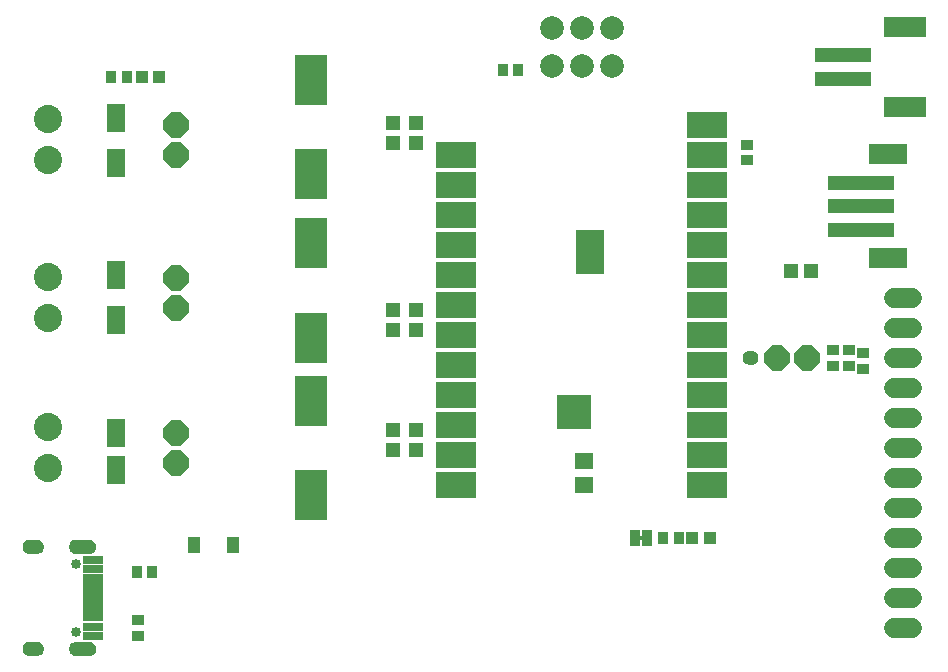
<source format=gbr>
G04 EAGLE Gerber RS-274X export*
G75*
%MOMM*%
%FSLAX34Y34*%
%LPD*%
%INSoldermask Top*%
%IPPOS*%
%AMOC8*
5,1,8,0,0,1.08239X$1,22.5*%
G01*
%ADD10C,2.387600*%
%ADD11R,2.703200X4.203200*%
%ADD12R,1.203200X1.303200*%
%ADD13R,1.603200X2.403200*%
%ADD14P,2.309387X8X22.500000*%
%ADD15P,2.309387X8X202.500000*%
%ADD16C,2.003200*%
%ADD17R,0.903200X1.053200*%
%ADD18R,0.838200X1.473200*%
%ADD19R,1.003200X1.003200*%
%ADD20C,1.727200*%
%ADD21R,3.403600X2.235200*%
%ADD22R,1.603200X1.403200*%
%ADD23R,3.003200X3.003200*%
%ADD24R,2.403200X3.703200*%
%ADD25R,1.303200X1.203200*%
%ADD26R,1.053200X0.903200*%
%ADD27R,1.653200X0.503200*%
%ADD28R,1.653200X0.803200*%
%ADD29R,1.653200X0.753200*%
%ADD30C,0.853200*%
%ADD31R,5.703200X1.203200*%
%ADD32R,3.203200X1.803200*%
%ADD33R,4.803200X1.203200*%
%ADD34R,3.603200X1.803200*%
%ADD35R,0.403200X0.703200*%
%ADD36P,2.309387X8X292.500000*%
%ADD37R,1.113200X1.423200*%

G36*
X387627Y434981D02*
X387627Y434981D01*
X387662Y434979D01*
X389397Y435150D01*
X389443Y435163D01*
X389518Y435174D01*
X391186Y435680D01*
X391229Y435702D01*
X391301Y435727D01*
X392838Y436549D01*
X392876Y436579D01*
X392941Y436618D01*
X394289Y437724D01*
X394320Y437760D01*
X394376Y437811D01*
X395482Y439159D01*
X395506Y439201D01*
X395551Y439262D01*
X396373Y440799D01*
X396387Y440845D01*
X396420Y440914D01*
X396926Y442582D01*
X396932Y442629D01*
X396950Y442704D01*
X397121Y444438D01*
X397117Y444486D01*
X397121Y444562D01*
X396950Y446297D01*
X396937Y446343D01*
X396926Y446418D01*
X396420Y448086D01*
X396398Y448129D01*
X396373Y448201D01*
X395551Y449738D01*
X395521Y449776D01*
X395482Y449841D01*
X394376Y451189D01*
X394340Y451220D01*
X394289Y451276D01*
X392941Y452382D01*
X392899Y452406D01*
X392838Y452451D01*
X391301Y453273D01*
X391255Y453287D01*
X391186Y453320D01*
X391117Y453341D01*
X389518Y453826D01*
X389471Y453832D01*
X389397Y453850D01*
X387662Y454021D01*
X387635Y454019D01*
X387600Y454024D01*
X374900Y454024D01*
X374835Y454013D01*
X374769Y454011D01*
X374726Y453993D01*
X374679Y453985D01*
X374622Y453951D01*
X374562Y453926D01*
X374527Y453895D01*
X374486Y453870D01*
X374445Y453819D01*
X374396Y453775D01*
X374374Y453733D01*
X374345Y453696D01*
X374324Y453634D01*
X374293Y453575D01*
X374285Y453521D01*
X374273Y453484D01*
X374273Y453464D01*
X374273Y453463D01*
X374273Y453441D01*
X374266Y453390D01*
X374266Y435610D01*
X374277Y435545D01*
X374279Y435479D01*
X374297Y435436D01*
X374305Y435389D01*
X374339Y435332D01*
X374364Y435272D01*
X374395Y435237D01*
X374420Y435196D01*
X374471Y435155D01*
X374515Y435106D01*
X374557Y435084D01*
X374594Y435055D01*
X374656Y435034D01*
X374715Y435003D01*
X374769Y434995D01*
X374806Y434983D01*
X374846Y434984D01*
X374900Y434976D01*
X387600Y434976D01*
X387627Y434981D01*
G37*
G36*
X387627Y409581D02*
X387627Y409581D01*
X387662Y409579D01*
X389397Y409750D01*
X389443Y409763D01*
X389518Y409774D01*
X391186Y410280D01*
X391229Y410302D01*
X391301Y410327D01*
X392838Y411149D01*
X392876Y411179D01*
X392941Y411218D01*
X394289Y412324D01*
X394320Y412360D01*
X394376Y412411D01*
X395482Y413759D01*
X395506Y413801D01*
X395551Y413862D01*
X396373Y415399D01*
X396387Y415445D01*
X396420Y415514D01*
X396926Y417182D01*
X396932Y417229D01*
X396950Y417304D01*
X397121Y419038D01*
X397117Y419086D01*
X397121Y419162D01*
X396950Y420897D01*
X396937Y420943D01*
X396926Y421018D01*
X396420Y422686D01*
X396398Y422729D01*
X396373Y422801D01*
X395551Y424338D01*
X395521Y424376D01*
X395482Y424441D01*
X394376Y425789D01*
X394340Y425820D01*
X394289Y425876D01*
X392941Y426982D01*
X392899Y427006D01*
X392838Y427051D01*
X391301Y427873D01*
X391255Y427887D01*
X391186Y427920D01*
X391117Y427941D01*
X389518Y428426D01*
X389471Y428432D01*
X389397Y428450D01*
X387662Y428621D01*
X387635Y428619D01*
X387600Y428624D01*
X374900Y428624D01*
X374835Y428613D01*
X374769Y428611D01*
X374726Y428593D01*
X374679Y428585D01*
X374622Y428551D01*
X374562Y428526D01*
X374527Y428495D01*
X374486Y428470D01*
X374445Y428419D01*
X374396Y428375D01*
X374374Y428333D01*
X374345Y428296D01*
X374324Y428234D01*
X374293Y428175D01*
X374285Y428121D01*
X374273Y428084D01*
X374273Y428064D01*
X374273Y428063D01*
X374273Y428041D01*
X374266Y427990D01*
X374266Y410210D01*
X374277Y410145D01*
X374279Y410079D01*
X374297Y410036D01*
X374305Y409989D01*
X374339Y409932D01*
X374364Y409872D01*
X374395Y409837D01*
X374420Y409796D01*
X374471Y409755D01*
X374515Y409706D01*
X374557Y409684D01*
X374594Y409655D01*
X374656Y409634D01*
X374715Y409603D01*
X374769Y409595D01*
X374806Y409583D01*
X374846Y409584D01*
X374900Y409576D01*
X387600Y409576D01*
X387627Y409581D01*
G37*
G36*
X387627Y384181D02*
X387627Y384181D01*
X387662Y384179D01*
X389397Y384350D01*
X389443Y384363D01*
X389518Y384374D01*
X391186Y384880D01*
X391229Y384902D01*
X391301Y384927D01*
X392838Y385749D01*
X392876Y385779D01*
X392941Y385818D01*
X394289Y386924D01*
X394320Y386960D01*
X394376Y387011D01*
X395482Y388359D01*
X395506Y388401D01*
X395551Y388462D01*
X396373Y389999D01*
X396387Y390045D01*
X396420Y390114D01*
X396926Y391782D01*
X396932Y391829D01*
X396950Y391904D01*
X397121Y393638D01*
X397117Y393686D01*
X397121Y393762D01*
X396950Y395497D01*
X396937Y395543D01*
X396926Y395618D01*
X396420Y397286D01*
X396398Y397329D01*
X396373Y397401D01*
X395551Y398938D01*
X395521Y398976D01*
X395482Y399041D01*
X394376Y400389D01*
X394340Y400420D01*
X394289Y400476D01*
X392941Y401582D01*
X392899Y401606D01*
X392838Y401651D01*
X391301Y402473D01*
X391255Y402487D01*
X391186Y402520D01*
X391117Y402541D01*
X389518Y403026D01*
X389471Y403032D01*
X389397Y403050D01*
X387662Y403221D01*
X387635Y403219D01*
X387600Y403224D01*
X374900Y403224D01*
X374835Y403213D01*
X374769Y403211D01*
X374726Y403193D01*
X374679Y403185D01*
X374622Y403151D01*
X374562Y403126D01*
X374527Y403095D01*
X374486Y403070D01*
X374445Y403019D01*
X374396Y402975D01*
X374374Y402933D01*
X374345Y402896D01*
X374324Y402834D01*
X374293Y402775D01*
X374285Y402721D01*
X374273Y402684D01*
X374273Y402664D01*
X374273Y402663D01*
X374273Y402641D01*
X374266Y402590D01*
X374266Y384810D01*
X374277Y384745D01*
X374279Y384679D01*
X374297Y384636D01*
X374305Y384589D01*
X374339Y384532D01*
X374364Y384472D01*
X374395Y384437D01*
X374420Y384396D01*
X374471Y384355D01*
X374515Y384306D01*
X374557Y384284D01*
X374594Y384255D01*
X374656Y384234D01*
X374715Y384203D01*
X374769Y384195D01*
X374806Y384183D01*
X374846Y384184D01*
X374900Y384176D01*
X387600Y384176D01*
X387627Y384181D01*
G37*
G36*
X387627Y358781D02*
X387627Y358781D01*
X387662Y358779D01*
X389397Y358950D01*
X389443Y358963D01*
X389518Y358974D01*
X391186Y359480D01*
X391229Y359502D01*
X391301Y359527D01*
X392838Y360349D01*
X392876Y360379D01*
X392941Y360418D01*
X394289Y361524D01*
X394320Y361560D01*
X394376Y361611D01*
X395482Y362959D01*
X395506Y363001D01*
X395551Y363062D01*
X396373Y364599D01*
X396387Y364645D01*
X396420Y364714D01*
X396926Y366382D01*
X396932Y366429D01*
X396950Y366504D01*
X397121Y368238D01*
X397117Y368286D01*
X397121Y368362D01*
X396950Y370097D01*
X396937Y370143D01*
X396926Y370218D01*
X396420Y371886D01*
X396398Y371929D01*
X396373Y372001D01*
X395551Y373538D01*
X395521Y373576D01*
X395482Y373641D01*
X394376Y374989D01*
X394340Y375020D01*
X394289Y375076D01*
X392941Y376182D01*
X392899Y376206D01*
X392838Y376251D01*
X391301Y377073D01*
X391255Y377087D01*
X391186Y377120D01*
X391117Y377141D01*
X389518Y377626D01*
X389471Y377632D01*
X389397Y377650D01*
X387662Y377821D01*
X387635Y377819D01*
X387600Y377824D01*
X374900Y377824D01*
X374835Y377813D01*
X374769Y377811D01*
X374726Y377793D01*
X374679Y377785D01*
X374622Y377751D01*
X374562Y377726D01*
X374527Y377695D01*
X374486Y377670D01*
X374445Y377619D01*
X374396Y377575D01*
X374374Y377533D01*
X374345Y377496D01*
X374324Y377434D01*
X374293Y377375D01*
X374285Y377321D01*
X374273Y377284D01*
X374273Y377264D01*
X374273Y377263D01*
X374273Y377241D01*
X374266Y377190D01*
X374266Y359410D01*
X374277Y359345D01*
X374279Y359279D01*
X374297Y359236D01*
X374305Y359189D01*
X374339Y359132D01*
X374364Y359072D01*
X374395Y359037D01*
X374420Y358996D01*
X374471Y358955D01*
X374515Y358906D01*
X374557Y358884D01*
X374594Y358855D01*
X374656Y358834D01*
X374715Y358803D01*
X374769Y358795D01*
X374806Y358783D01*
X374846Y358784D01*
X374900Y358776D01*
X387600Y358776D01*
X387627Y358781D01*
G37*
G36*
X387627Y307981D02*
X387627Y307981D01*
X387662Y307979D01*
X389397Y308150D01*
X389443Y308163D01*
X389518Y308174D01*
X391186Y308680D01*
X391229Y308702D01*
X391301Y308727D01*
X392838Y309549D01*
X392876Y309579D01*
X392941Y309618D01*
X394289Y310724D01*
X394320Y310760D01*
X394376Y310811D01*
X395482Y312159D01*
X395506Y312201D01*
X395551Y312262D01*
X396373Y313799D01*
X396387Y313845D01*
X396420Y313914D01*
X396926Y315582D01*
X396932Y315629D01*
X396950Y315704D01*
X397121Y317438D01*
X397117Y317486D01*
X397121Y317562D01*
X396950Y319297D01*
X396937Y319343D01*
X396926Y319418D01*
X396420Y321086D01*
X396398Y321129D01*
X396373Y321201D01*
X395551Y322738D01*
X395521Y322776D01*
X395482Y322841D01*
X394376Y324189D01*
X394340Y324220D01*
X394289Y324276D01*
X392941Y325382D01*
X392899Y325406D01*
X392838Y325451D01*
X391301Y326273D01*
X391255Y326287D01*
X391186Y326320D01*
X391117Y326341D01*
X389518Y326826D01*
X389471Y326832D01*
X389397Y326850D01*
X387662Y327021D01*
X387635Y327019D01*
X387600Y327024D01*
X374900Y327024D01*
X374835Y327013D01*
X374769Y327011D01*
X374726Y326993D01*
X374679Y326985D01*
X374622Y326951D01*
X374562Y326926D01*
X374527Y326895D01*
X374486Y326870D01*
X374445Y326819D01*
X374396Y326775D01*
X374374Y326733D01*
X374345Y326696D01*
X374324Y326634D01*
X374293Y326575D01*
X374285Y326521D01*
X374273Y326484D01*
X374273Y326464D01*
X374273Y326463D01*
X374273Y326441D01*
X374266Y326390D01*
X374266Y308610D01*
X374277Y308545D01*
X374279Y308479D01*
X374297Y308436D01*
X374305Y308389D01*
X374339Y308332D01*
X374364Y308272D01*
X374395Y308237D01*
X374420Y308196D01*
X374471Y308155D01*
X374515Y308106D01*
X374557Y308084D01*
X374594Y308055D01*
X374656Y308034D01*
X374715Y308003D01*
X374769Y307995D01*
X374806Y307983D01*
X374846Y307984D01*
X374900Y307976D01*
X387600Y307976D01*
X387627Y307981D01*
G37*
G36*
X387627Y282581D02*
X387627Y282581D01*
X387662Y282579D01*
X389397Y282750D01*
X389443Y282763D01*
X389518Y282774D01*
X391186Y283280D01*
X391229Y283302D01*
X391301Y283327D01*
X392838Y284149D01*
X392876Y284179D01*
X392941Y284218D01*
X394289Y285324D01*
X394320Y285360D01*
X394376Y285411D01*
X395482Y286759D01*
X395506Y286801D01*
X395551Y286862D01*
X396373Y288399D01*
X396387Y288445D01*
X396420Y288514D01*
X396926Y290182D01*
X396932Y290229D01*
X396950Y290304D01*
X397121Y292038D01*
X397117Y292086D01*
X397121Y292162D01*
X396950Y293897D01*
X396937Y293943D01*
X396926Y294018D01*
X396420Y295686D01*
X396398Y295729D01*
X396373Y295801D01*
X395551Y297338D01*
X395521Y297376D01*
X395482Y297441D01*
X394376Y298789D01*
X394340Y298820D01*
X394289Y298876D01*
X392941Y299982D01*
X392899Y300006D01*
X392838Y300051D01*
X391301Y300873D01*
X391255Y300887D01*
X391186Y300920D01*
X391117Y300941D01*
X389518Y301426D01*
X389471Y301432D01*
X389397Y301450D01*
X387662Y301621D01*
X387635Y301619D01*
X387600Y301624D01*
X374900Y301624D01*
X374835Y301613D01*
X374769Y301611D01*
X374726Y301593D01*
X374679Y301585D01*
X374622Y301551D01*
X374562Y301526D01*
X374527Y301495D01*
X374486Y301470D01*
X374445Y301419D01*
X374396Y301375D01*
X374374Y301333D01*
X374345Y301296D01*
X374324Y301234D01*
X374293Y301175D01*
X374285Y301121D01*
X374273Y301084D01*
X374273Y301064D01*
X374273Y301063D01*
X374273Y301041D01*
X374266Y300990D01*
X374266Y283210D01*
X374277Y283145D01*
X374279Y283079D01*
X374297Y283036D01*
X374305Y282989D01*
X374339Y282932D01*
X374364Y282872D01*
X374395Y282837D01*
X374420Y282796D01*
X374471Y282755D01*
X374515Y282706D01*
X374557Y282684D01*
X374594Y282655D01*
X374656Y282634D01*
X374715Y282603D01*
X374769Y282595D01*
X374806Y282583D01*
X374846Y282584D01*
X374900Y282576D01*
X387600Y282576D01*
X387627Y282581D01*
G37*
G36*
X387627Y257181D02*
X387627Y257181D01*
X387662Y257179D01*
X389397Y257350D01*
X389443Y257363D01*
X389518Y257374D01*
X391186Y257880D01*
X391229Y257902D01*
X391301Y257927D01*
X392838Y258749D01*
X392876Y258779D01*
X392941Y258818D01*
X394289Y259924D01*
X394320Y259960D01*
X394376Y260011D01*
X395482Y261359D01*
X395506Y261401D01*
X395551Y261462D01*
X396373Y262999D01*
X396387Y263045D01*
X396420Y263114D01*
X396926Y264782D01*
X396932Y264829D01*
X396950Y264904D01*
X397121Y266638D01*
X397117Y266686D01*
X397121Y266762D01*
X396950Y268497D01*
X396937Y268543D01*
X396926Y268618D01*
X396420Y270286D01*
X396398Y270329D01*
X396373Y270401D01*
X395551Y271938D01*
X395521Y271976D01*
X395482Y272041D01*
X394376Y273389D01*
X394340Y273420D01*
X394289Y273476D01*
X392941Y274582D01*
X392899Y274606D01*
X392838Y274651D01*
X391301Y275473D01*
X391255Y275487D01*
X391186Y275520D01*
X391117Y275541D01*
X389518Y276026D01*
X389471Y276032D01*
X389397Y276050D01*
X387662Y276221D01*
X387635Y276219D01*
X387600Y276224D01*
X374900Y276224D01*
X374835Y276213D01*
X374769Y276211D01*
X374726Y276193D01*
X374679Y276185D01*
X374622Y276151D01*
X374562Y276126D01*
X374527Y276095D01*
X374486Y276070D01*
X374445Y276019D01*
X374396Y275975D01*
X374374Y275933D01*
X374345Y275896D01*
X374324Y275834D01*
X374293Y275775D01*
X374285Y275721D01*
X374273Y275684D01*
X374273Y275664D01*
X374273Y275663D01*
X374273Y275641D01*
X374266Y275590D01*
X374266Y257810D01*
X374277Y257745D01*
X374279Y257679D01*
X374297Y257636D01*
X374305Y257589D01*
X374339Y257532D01*
X374364Y257472D01*
X374395Y257437D01*
X374420Y257396D01*
X374471Y257355D01*
X374515Y257306D01*
X374557Y257284D01*
X374594Y257255D01*
X374656Y257234D01*
X374715Y257203D01*
X374769Y257195D01*
X374806Y257183D01*
X374846Y257184D01*
X374900Y257176D01*
X387600Y257176D01*
X387627Y257181D01*
G37*
G36*
X387627Y231781D02*
X387627Y231781D01*
X387662Y231779D01*
X389397Y231950D01*
X389443Y231963D01*
X389518Y231974D01*
X391186Y232480D01*
X391229Y232502D01*
X391301Y232527D01*
X392838Y233349D01*
X392876Y233379D01*
X392941Y233418D01*
X394289Y234524D01*
X394320Y234560D01*
X394376Y234611D01*
X395482Y235959D01*
X395506Y236001D01*
X395551Y236062D01*
X396373Y237599D01*
X396387Y237645D01*
X396420Y237714D01*
X396926Y239382D01*
X396932Y239429D01*
X396950Y239504D01*
X397121Y241238D01*
X397117Y241286D01*
X397121Y241362D01*
X396950Y243097D01*
X396937Y243143D01*
X396926Y243218D01*
X396420Y244886D01*
X396398Y244929D01*
X396373Y245001D01*
X395551Y246538D01*
X395521Y246576D01*
X395482Y246641D01*
X394376Y247989D01*
X394340Y248020D01*
X394289Y248076D01*
X392941Y249182D01*
X392899Y249206D01*
X392838Y249251D01*
X391301Y250073D01*
X391255Y250087D01*
X391186Y250120D01*
X391117Y250141D01*
X389518Y250626D01*
X389471Y250632D01*
X389397Y250650D01*
X387662Y250821D01*
X387635Y250819D01*
X387600Y250824D01*
X374900Y250824D01*
X374835Y250813D01*
X374769Y250811D01*
X374726Y250793D01*
X374679Y250785D01*
X374622Y250751D01*
X374562Y250726D01*
X374527Y250695D01*
X374486Y250670D01*
X374445Y250619D01*
X374396Y250575D01*
X374374Y250533D01*
X374345Y250496D01*
X374324Y250434D01*
X374293Y250375D01*
X374285Y250321D01*
X374273Y250284D01*
X374273Y250264D01*
X374273Y250263D01*
X374273Y250241D01*
X374266Y250190D01*
X374266Y232410D01*
X374277Y232345D01*
X374279Y232279D01*
X374297Y232236D01*
X374305Y232189D01*
X374339Y232132D01*
X374364Y232072D01*
X374395Y232037D01*
X374420Y231996D01*
X374471Y231955D01*
X374515Y231906D01*
X374557Y231884D01*
X374594Y231855D01*
X374656Y231834D01*
X374715Y231803D01*
X374769Y231795D01*
X374806Y231783D01*
X374846Y231784D01*
X374900Y231776D01*
X387600Y231776D01*
X387627Y231781D01*
G37*
G36*
X387627Y206381D02*
X387627Y206381D01*
X387662Y206379D01*
X389397Y206550D01*
X389443Y206563D01*
X389518Y206574D01*
X391186Y207080D01*
X391229Y207102D01*
X391301Y207127D01*
X392838Y207949D01*
X392876Y207979D01*
X392941Y208018D01*
X394289Y209124D01*
X394320Y209160D01*
X394376Y209211D01*
X395482Y210559D01*
X395506Y210601D01*
X395551Y210662D01*
X396373Y212199D01*
X396387Y212245D01*
X396420Y212314D01*
X396926Y213982D01*
X396932Y214029D01*
X396950Y214104D01*
X397121Y215838D01*
X397117Y215886D01*
X397121Y215962D01*
X396950Y217697D01*
X396937Y217743D01*
X396926Y217818D01*
X396420Y219486D01*
X396398Y219529D01*
X396373Y219601D01*
X395551Y221138D01*
X395521Y221176D01*
X395482Y221241D01*
X394376Y222589D01*
X394340Y222620D01*
X394289Y222676D01*
X392941Y223782D01*
X392899Y223806D01*
X392838Y223851D01*
X391301Y224673D01*
X391255Y224687D01*
X391186Y224720D01*
X391117Y224741D01*
X389518Y225226D01*
X389471Y225232D01*
X389397Y225250D01*
X387662Y225421D01*
X387635Y225419D01*
X387600Y225424D01*
X374900Y225424D01*
X374835Y225413D01*
X374769Y225411D01*
X374726Y225393D01*
X374679Y225385D01*
X374622Y225351D01*
X374562Y225326D01*
X374527Y225295D01*
X374486Y225270D01*
X374445Y225219D01*
X374396Y225175D01*
X374374Y225133D01*
X374345Y225096D01*
X374324Y225034D01*
X374293Y224975D01*
X374285Y224921D01*
X374273Y224884D01*
X374273Y224864D01*
X374273Y224863D01*
X374273Y224841D01*
X374266Y224790D01*
X374266Y207010D01*
X374277Y206945D01*
X374279Y206879D01*
X374297Y206836D01*
X374305Y206789D01*
X374339Y206732D01*
X374364Y206672D01*
X374395Y206637D01*
X374420Y206596D01*
X374471Y206555D01*
X374515Y206506D01*
X374557Y206484D01*
X374594Y206455D01*
X374656Y206434D01*
X374715Y206403D01*
X374769Y206395D01*
X374806Y206383D01*
X374846Y206384D01*
X374900Y206376D01*
X387600Y206376D01*
X387627Y206381D01*
G37*
G36*
X387627Y180981D02*
X387627Y180981D01*
X387662Y180979D01*
X389397Y181150D01*
X389443Y181163D01*
X389518Y181174D01*
X391186Y181680D01*
X391229Y181702D01*
X391301Y181727D01*
X392838Y182549D01*
X392876Y182579D01*
X392941Y182618D01*
X394289Y183724D01*
X394320Y183760D01*
X394376Y183811D01*
X395482Y185159D01*
X395506Y185201D01*
X395551Y185262D01*
X396373Y186799D01*
X396387Y186845D01*
X396420Y186914D01*
X396926Y188582D01*
X396932Y188629D01*
X396950Y188704D01*
X397121Y190438D01*
X397117Y190486D01*
X397121Y190562D01*
X396950Y192297D01*
X396937Y192343D01*
X396926Y192418D01*
X396420Y194086D01*
X396398Y194129D01*
X396373Y194201D01*
X395551Y195738D01*
X395521Y195776D01*
X395482Y195841D01*
X394376Y197189D01*
X394340Y197220D01*
X394289Y197276D01*
X392941Y198382D01*
X392899Y198406D01*
X392838Y198451D01*
X391301Y199273D01*
X391255Y199287D01*
X391186Y199320D01*
X391117Y199341D01*
X389518Y199826D01*
X389471Y199832D01*
X389397Y199850D01*
X387662Y200021D01*
X387635Y200019D01*
X387600Y200024D01*
X374900Y200024D01*
X374835Y200013D01*
X374769Y200011D01*
X374726Y199993D01*
X374679Y199985D01*
X374622Y199951D01*
X374562Y199926D01*
X374527Y199895D01*
X374486Y199870D01*
X374445Y199819D01*
X374396Y199775D01*
X374374Y199733D01*
X374345Y199696D01*
X374324Y199634D01*
X374293Y199575D01*
X374285Y199521D01*
X374273Y199484D01*
X374273Y199464D01*
X374273Y199463D01*
X374273Y199441D01*
X374266Y199390D01*
X374266Y181610D01*
X374277Y181545D01*
X374279Y181479D01*
X374297Y181436D01*
X374305Y181389D01*
X374339Y181332D01*
X374364Y181272D01*
X374395Y181237D01*
X374420Y181196D01*
X374471Y181155D01*
X374515Y181106D01*
X374557Y181084D01*
X374594Y181055D01*
X374656Y181034D01*
X374715Y181003D01*
X374769Y180995D01*
X374806Y180983D01*
X374846Y180984D01*
X374900Y180976D01*
X387600Y180976D01*
X387627Y180981D01*
G37*
G36*
X387627Y155581D02*
X387627Y155581D01*
X387662Y155579D01*
X389397Y155750D01*
X389443Y155763D01*
X389518Y155774D01*
X391186Y156280D01*
X391229Y156302D01*
X391301Y156327D01*
X392838Y157149D01*
X392876Y157179D01*
X392941Y157218D01*
X394289Y158324D01*
X394320Y158360D01*
X394376Y158411D01*
X395482Y159759D01*
X395506Y159801D01*
X395551Y159862D01*
X396373Y161399D01*
X396387Y161445D01*
X396420Y161514D01*
X396926Y163182D01*
X396932Y163229D01*
X396950Y163304D01*
X397121Y165038D01*
X397117Y165086D01*
X397121Y165162D01*
X396950Y166897D01*
X396937Y166943D01*
X396926Y167018D01*
X396420Y168686D01*
X396398Y168729D01*
X396373Y168801D01*
X395551Y170338D01*
X395521Y170376D01*
X395482Y170441D01*
X394376Y171789D01*
X394340Y171820D01*
X394289Y171876D01*
X392941Y172982D01*
X392899Y173006D01*
X392838Y173051D01*
X391301Y173873D01*
X391255Y173887D01*
X391186Y173920D01*
X391117Y173941D01*
X389518Y174426D01*
X389471Y174432D01*
X389397Y174450D01*
X387662Y174621D01*
X387635Y174619D01*
X387600Y174624D01*
X374900Y174624D01*
X374835Y174613D01*
X374769Y174611D01*
X374726Y174593D01*
X374679Y174585D01*
X374622Y174551D01*
X374562Y174526D01*
X374527Y174495D01*
X374486Y174470D01*
X374445Y174419D01*
X374396Y174375D01*
X374374Y174333D01*
X374345Y174296D01*
X374324Y174234D01*
X374293Y174175D01*
X374285Y174121D01*
X374273Y174084D01*
X374273Y174064D01*
X374273Y174063D01*
X374273Y174041D01*
X374266Y173990D01*
X374266Y156210D01*
X374277Y156145D01*
X374279Y156079D01*
X374297Y156036D01*
X374305Y155989D01*
X374339Y155932D01*
X374364Y155872D01*
X374395Y155837D01*
X374420Y155796D01*
X374471Y155755D01*
X374515Y155706D01*
X374557Y155684D01*
X374594Y155655D01*
X374656Y155634D01*
X374715Y155603D01*
X374769Y155595D01*
X374806Y155583D01*
X374846Y155584D01*
X374900Y155576D01*
X387600Y155576D01*
X387627Y155581D01*
G37*
G36*
X387627Y333381D02*
X387627Y333381D01*
X387662Y333379D01*
X389397Y333550D01*
X389443Y333563D01*
X389518Y333574D01*
X391186Y334080D01*
X391229Y334102D01*
X391301Y334127D01*
X392838Y334949D01*
X392876Y334979D01*
X392941Y335018D01*
X394289Y336124D01*
X394320Y336160D01*
X394376Y336211D01*
X395482Y337559D01*
X395506Y337601D01*
X395551Y337662D01*
X396373Y339199D01*
X396387Y339245D01*
X396420Y339314D01*
X396926Y340982D01*
X396932Y341029D01*
X396950Y341104D01*
X397121Y342838D01*
X397117Y342886D01*
X397121Y342962D01*
X396950Y344697D01*
X396937Y344743D01*
X396926Y344818D01*
X396420Y346486D01*
X396398Y346529D01*
X396373Y346601D01*
X395551Y348138D01*
X395521Y348176D01*
X395482Y348241D01*
X394376Y349589D01*
X394340Y349620D01*
X394289Y349676D01*
X392941Y350782D01*
X392899Y350806D01*
X392838Y350851D01*
X391301Y351673D01*
X391255Y351687D01*
X391186Y351720D01*
X391117Y351741D01*
X389518Y352226D01*
X389471Y352232D01*
X389397Y352250D01*
X387662Y352421D01*
X387635Y352419D01*
X387600Y352424D01*
X374900Y352424D01*
X374835Y352413D01*
X374769Y352411D01*
X374726Y352393D01*
X374679Y352385D01*
X374622Y352351D01*
X374562Y352326D01*
X374527Y352295D01*
X374486Y352270D01*
X374445Y352219D01*
X374396Y352175D01*
X374374Y352133D01*
X374345Y352096D01*
X374324Y352034D01*
X374293Y351975D01*
X374285Y351921D01*
X374273Y351884D01*
X374273Y351864D01*
X374273Y351863D01*
X374273Y351841D01*
X374266Y351790D01*
X374266Y334010D01*
X374277Y333945D01*
X374279Y333879D01*
X374297Y333836D01*
X374305Y333789D01*
X374339Y333732D01*
X374364Y333672D01*
X374395Y333637D01*
X374420Y333596D01*
X374471Y333555D01*
X374515Y333506D01*
X374557Y333484D01*
X374594Y333455D01*
X374656Y333434D01*
X374715Y333403D01*
X374769Y333395D01*
X374806Y333383D01*
X374846Y333384D01*
X374900Y333376D01*
X387600Y333376D01*
X387627Y333381D01*
G37*
G36*
X603315Y333387D02*
X603315Y333387D01*
X603381Y333389D01*
X603424Y333407D01*
X603471Y333415D01*
X603528Y333449D01*
X603588Y333474D01*
X603623Y333505D01*
X603664Y333530D01*
X603706Y333581D01*
X603754Y333625D01*
X603776Y333667D01*
X603805Y333704D01*
X603826Y333766D01*
X603857Y333825D01*
X603865Y333879D01*
X603877Y333916D01*
X603876Y333956D01*
X603884Y334010D01*
X603884Y351790D01*
X603873Y351855D01*
X603871Y351921D01*
X603853Y351964D01*
X603845Y352011D01*
X603811Y352068D01*
X603786Y352128D01*
X603755Y352163D01*
X603730Y352204D01*
X603679Y352246D01*
X603635Y352294D01*
X603593Y352316D01*
X603556Y352345D01*
X603494Y352366D01*
X603435Y352397D01*
X603381Y352405D01*
X603344Y352417D01*
X603304Y352416D01*
X603250Y352424D01*
X590550Y352424D01*
X590523Y352419D01*
X590488Y352421D01*
X588754Y352250D01*
X588707Y352237D01*
X588632Y352226D01*
X586964Y351720D01*
X586921Y351698D01*
X586849Y351673D01*
X585312Y350851D01*
X585274Y350821D01*
X585209Y350782D01*
X583861Y349676D01*
X583830Y349640D01*
X583774Y349589D01*
X582668Y348241D01*
X582644Y348199D01*
X582599Y348138D01*
X581777Y346601D01*
X581763Y346555D01*
X581730Y346486D01*
X581224Y344818D01*
X581218Y344771D01*
X581200Y344697D01*
X581029Y342962D01*
X581033Y342914D01*
X581029Y342838D01*
X581200Y341104D01*
X581213Y341057D01*
X581224Y340982D01*
X581730Y339314D01*
X581752Y339271D01*
X581777Y339199D01*
X582599Y337662D01*
X582629Y337624D01*
X582668Y337559D01*
X583774Y336211D01*
X583810Y336180D01*
X583861Y336124D01*
X585209Y335018D01*
X585251Y334994D01*
X585312Y334949D01*
X586849Y334127D01*
X586895Y334113D01*
X586964Y334080D01*
X587103Y334038D01*
X588632Y333574D01*
X588679Y333568D01*
X588754Y333550D01*
X590488Y333379D01*
X590515Y333381D01*
X590550Y333376D01*
X603250Y333376D01*
X603315Y333387D01*
G37*
G36*
X603315Y460387D02*
X603315Y460387D01*
X603381Y460389D01*
X603424Y460407D01*
X603471Y460415D01*
X603528Y460449D01*
X603588Y460474D01*
X603623Y460505D01*
X603664Y460530D01*
X603706Y460581D01*
X603754Y460625D01*
X603776Y460667D01*
X603805Y460704D01*
X603826Y460766D01*
X603857Y460825D01*
X603865Y460879D01*
X603877Y460916D01*
X603876Y460956D01*
X603884Y461010D01*
X603884Y478790D01*
X603873Y478855D01*
X603871Y478921D01*
X603853Y478964D01*
X603845Y479011D01*
X603811Y479068D01*
X603786Y479128D01*
X603755Y479163D01*
X603730Y479204D01*
X603679Y479246D01*
X603635Y479294D01*
X603593Y479316D01*
X603556Y479345D01*
X603494Y479366D01*
X603435Y479397D01*
X603381Y479405D01*
X603344Y479417D01*
X603304Y479416D01*
X603250Y479424D01*
X590550Y479424D01*
X590523Y479419D01*
X590488Y479421D01*
X588754Y479250D01*
X588707Y479237D01*
X588632Y479226D01*
X586964Y478720D01*
X586921Y478698D01*
X586849Y478673D01*
X585312Y477851D01*
X585274Y477821D01*
X585209Y477782D01*
X583861Y476676D01*
X583830Y476640D01*
X583774Y476589D01*
X582668Y475241D01*
X582644Y475199D01*
X582599Y475138D01*
X581777Y473601D01*
X581763Y473555D01*
X581730Y473486D01*
X581224Y471818D01*
X581218Y471771D01*
X581200Y471697D01*
X581029Y469962D01*
X581033Y469914D01*
X581029Y469838D01*
X581200Y468104D01*
X581213Y468057D01*
X581224Y467982D01*
X581730Y466314D01*
X581752Y466271D01*
X581777Y466199D01*
X582599Y464662D01*
X582629Y464624D01*
X582668Y464559D01*
X583774Y463211D01*
X583810Y463180D01*
X583861Y463124D01*
X585209Y462018D01*
X585251Y461994D01*
X585312Y461949D01*
X586849Y461127D01*
X586895Y461113D01*
X586964Y461080D01*
X587102Y461038D01*
X587103Y461038D01*
X588632Y460574D01*
X588679Y460568D01*
X588754Y460550D01*
X590488Y460379D01*
X590515Y460381D01*
X590550Y460376D01*
X603250Y460376D01*
X603315Y460387D01*
G37*
G36*
X603315Y434987D02*
X603315Y434987D01*
X603381Y434989D01*
X603424Y435007D01*
X603471Y435015D01*
X603528Y435049D01*
X603588Y435074D01*
X603623Y435105D01*
X603664Y435130D01*
X603706Y435181D01*
X603754Y435225D01*
X603776Y435267D01*
X603805Y435304D01*
X603826Y435366D01*
X603857Y435425D01*
X603865Y435479D01*
X603877Y435516D01*
X603876Y435556D01*
X603884Y435610D01*
X603884Y453390D01*
X603873Y453455D01*
X603871Y453521D01*
X603853Y453564D01*
X603845Y453611D01*
X603811Y453668D01*
X603786Y453728D01*
X603755Y453763D01*
X603730Y453804D01*
X603679Y453846D01*
X603635Y453894D01*
X603593Y453916D01*
X603556Y453945D01*
X603494Y453966D01*
X603435Y453997D01*
X603381Y454005D01*
X603344Y454017D01*
X603304Y454016D01*
X603250Y454024D01*
X590550Y454024D01*
X590523Y454019D01*
X590488Y454021D01*
X588754Y453850D01*
X588707Y453837D01*
X588632Y453826D01*
X586964Y453320D01*
X586921Y453298D01*
X586849Y453273D01*
X585312Y452451D01*
X585274Y452421D01*
X585209Y452382D01*
X583861Y451276D01*
X583830Y451240D01*
X583774Y451189D01*
X582668Y449841D01*
X582644Y449799D01*
X582599Y449738D01*
X581777Y448201D01*
X581763Y448155D01*
X581730Y448086D01*
X581224Y446418D01*
X581218Y446371D01*
X581200Y446297D01*
X581029Y444562D01*
X581033Y444514D01*
X581029Y444438D01*
X581200Y442704D01*
X581213Y442657D01*
X581224Y442582D01*
X581730Y440914D01*
X581752Y440871D01*
X581777Y440799D01*
X582599Y439262D01*
X582629Y439224D01*
X582668Y439159D01*
X583774Y437811D01*
X583810Y437780D01*
X583861Y437724D01*
X585209Y436618D01*
X585251Y436594D01*
X585312Y436549D01*
X586849Y435727D01*
X586895Y435713D01*
X586964Y435680D01*
X587102Y435638D01*
X587103Y435638D01*
X588632Y435174D01*
X588679Y435168D01*
X588754Y435150D01*
X590488Y434979D01*
X590515Y434981D01*
X590550Y434976D01*
X603250Y434976D01*
X603315Y434987D01*
G37*
G36*
X603315Y409587D02*
X603315Y409587D01*
X603381Y409589D01*
X603424Y409607D01*
X603471Y409615D01*
X603528Y409649D01*
X603588Y409674D01*
X603623Y409705D01*
X603664Y409730D01*
X603706Y409781D01*
X603754Y409825D01*
X603776Y409867D01*
X603805Y409904D01*
X603826Y409966D01*
X603857Y410025D01*
X603865Y410079D01*
X603877Y410116D01*
X603876Y410156D01*
X603884Y410210D01*
X603884Y427990D01*
X603873Y428055D01*
X603871Y428121D01*
X603853Y428164D01*
X603845Y428211D01*
X603811Y428268D01*
X603786Y428328D01*
X603755Y428363D01*
X603730Y428404D01*
X603679Y428446D01*
X603635Y428494D01*
X603593Y428516D01*
X603556Y428545D01*
X603494Y428566D01*
X603435Y428597D01*
X603381Y428605D01*
X603344Y428617D01*
X603304Y428616D01*
X603250Y428624D01*
X590550Y428624D01*
X590523Y428619D01*
X590488Y428621D01*
X588754Y428450D01*
X588707Y428437D01*
X588632Y428426D01*
X586964Y427920D01*
X586921Y427898D01*
X586849Y427873D01*
X585312Y427051D01*
X585274Y427021D01*
X585209Y426982D01*
X583861Y425876D01*
X583830Y425840D01*
X583774Y425789D01*
X582668Y424441D01*
X582644Y424399D01*
X582599Y424338D01*
X581777Y422801D01*
X581763Y422755D01*
X581730Y422686D01*
X581224Y421018D01*
X581218Y420971D01*
X581200Y420897D01*
X581029Y419162D01*
X581033Y419114D01*
X581029Y419038D01*
X581200Y417304D01*
X581213Y417257D01*
X581224Y417182D01*
X581730Y415514D01*
X581752Y415471D01*
X581777Y415399D01*
X582599Y413862D01*
X582629Y413824D01*
X582668Y413759D01*
X583774Y412411D01*
X583810Y412380D01*
X583861Y412324D01*
X585209Y411218D01*
X585251Y411194D01*
X585312Y411149D01*
X586849Y410327D01*
X586895Y410313D01*
X586964Y410280D01*
X587102Y410238D01*
X587103Y410238D01*
X588632Y409774D01*
X588679Y409768D01*
X588754Y409750D01*
X590488Y409579D01*
X590515Y409581D01*
X590550Y409576D01*
X603250Y409576D01*
X603315Y409587D01*
G37*
G36*
X603315Y384187D02*
X603315Y384187D01*
X603381Y384189D01*
X603424Y384207D01*
X603471Y384215D01*
X603528Y384249D01*
X603588Y384274D01*
X603623Y384305D01*
X603664Y384330D01*
X603706Y384381D01*
X603754Y384425D01*
X603776Y384467D01*
X603805Y384504D01*
X603826Y384566D01*
X603857Y384625D01*
X603865Y384679D01*
X603877Y384716D01*
X603876Y384756D01*
X603884Y384810D01*
X603884Y402590D01*
X603873Y402655D01*
X603871Y402721D01*
X603853Y402764D01*
X603845Y402811D01*
X603811Y402868D01*
X603786Y402928D01*
X603755Y402963D01*
X603730Y403004D01*
X603679Y403046D01*
X603635Y403094D01*
X603593Y403116D01*
X603556Y403145D01*
X603494Y403166D01*
X603435Y403197D01*
X603381Y403205D01*
X603344Y403217D01*
X603304Y403216D01*
X603250Y403224D01*
X590550Y403224D01*
X590523Y403219D01*
X590488Y403221D01*
X588754Y403050D01*
X588707Y403037D01*
X588632Y403026D01*
X586964Y402520D01*
X586921Y402498D01*
X586849Y402473D01*
X585312Y401651D01*
X585274Y401621D01*
X585209Y401582D01*
X583861Y400476D01*
X583830Y400440D01*
X583774Y400389D01*
X582668Y399041D01*
X582644Y398999D01*
X582599Y398938D01*
X581777Y397401D01*
X581763Y397355D01*
X581730Y397286D01*
X581224Y395618D01*
X581218Y395571D01*
X581200Y395497D01*
X581029Y393762D01*
X581033Y393714D01*
X581029Y393638D01*
X581200Y391904D01*
X581213Y391857D01*
X581224Y391782D01*
X581730Y390114D01*
X581752Y390071D01*
X581777Y389999D01*
X582599Y388462D01*
X582629Y388424D01*
X582668Y388359D01*
X583774Y387011D01*
X583810Y386980D01*
X583861Y386924D01*
X585209Y385818D01*
X585251Y385794D01*
X585312Y385749D01*
X586849Y384927D01*
X586895Y384913D01*
X586964Y384880D01*
X587102Y384838D01*
X587103Y384838D01*
X588632Y384374D01*
X588679Y384368D01*
X588754Y384350D01*
X590488Y384179D01*
X590515Y384181D01*
X590550Y384176D01*
X603250Y384176D01*
X603315Y384187D01*
G37*
G36*
X603315Y358787D02*
X603315Y358787D01*
X603381Y358789D01*
X603424Y358807D01*
X603471Y358815D01*
X603528Y358849D01*
X603588Y358874D01*
X603623Y358905D01*
X603664Y358930D01*
X603706Y358981D01*
X603754Y359025D01*
X603776Y359067D01*
X603805Y359104D01*
X603826Y359166D01*
X603857Y359225D01*
X603865Y359279D01*
X603877Y359316D01*
X603876Y359356D01*
X603884Y359410D01*
X603884Y377190D01*
X603873Y377255D01*
X603871Y377321D01*
X603853Y377364D01*
X603845Y377411D01*
X603811Y377468D01*
X603786Y377528D01*
X603755Y377563D01*
X603730Y377604D01*
X603679Y377646D01*
X603635Y377694D01*
X603593Y377716D01*
X603556Y377745D01*
X603494Y377766D01*
X603435Y377797D01*
X603381Y377805D01*
X603344Y377817D01*
X603304Y377816D01*
X603250Y377824D01*
X590550Y377824D01*
X590523Y377819D01*
X590488Y377821D01*
X588754Y377650D01*
X588707Y377637D01*
X588632Y377626D01*
X586964Y377120D01*
X586921Y377098D01*
X586849Y377073D01*
X585312Y376251D01*
X585274Y376221D01*
X585209Y376182D01*
X583861Y375076D01*
X583830Y375040D01*
X583774Y374989D01*
X582668Y373641D01*
X582644Y373599D01*
X582599Y373538D01*
X581777Y372001D01*
X581763Y371955D01*
X581730Y371886D01*
X581224Y370218D01*
X581218Y370171D01*
X581200Y370097D01*
X581029Y368362D01*
X581033Y368314D01*
X581029Y368238D01*
X581200Y366504D01*
X581213Y366457D01*
X581224Y366382D01*
X581730Y364714D01*
X581752Y364671D01*
X581777Y364599D01*
X582599Y363062D01*
X582629Y363024D01*
X582668Y362959D01*
X583774Y361611D01*
X583810Y361580D01*
X583861Y361524D01*
X585209Y360418D01*
X585251Y360394D01*
X585312Y360349D01*
X586849Y359527D01*
X586895Y359513D01*
X586964Y359480D01*
X587102Y359438D01*
X587103Y359438D01*
X588632Y358974D01*
X588679Y358968D01*
X588754Y358950D01*
X590488Y358779D01*
X590515Y358781D01*
X590550Y358776D01*
X603250Y358776D01*
X603315Y358787D01*
G37*
G36*
X603315Y307987D02*
X603315Y307987D01*
X603381Y307989D01*
X603424Y308007D01*
X603471Y308015D01*
X603528Y308049D01*
X603588Y308074D01*
X603623Y308105D01*
X603664Y308130D01*
X603706Y308181D01*
X603754Y308225D01*
X603776Y308267D01*
X603805Y308304D01*
X603826Y308366D01*
X603857Y308425D01*
X603865Y308479D01*
X603877Y308516D01*
X603876Y308556D01*
X603884Y308610D01*
X603884Y326390D01*
X603873Y326455D01*
X603871Y326521D01*
X603853Y326564D01*
X603845Y326611D01*
X603811Y326668D01*
X603786Y326728D01*
X603755Y326763D01*
X603730Y326804D01*
X603679Y326846D01*
X603635Y326894D01*
X603593Y326916D01*
X603556Y326945D01*
X603494Y326966D01*
X603435Y326997D01*
X603381Y327005D01*
X603344Y327017D01*
X603304Y327016D01*
X603250Y327024D01*
X590550Y327024D01*
X590523Y327019D01*
X590488Y327021D01*
X588754Y326850D01*
X588707Y326837D01*
X588632Y326826D01*
X586964Y326320D01*
X586921Y326298D01*
X586849Y326273D01*
X585312Y325451D01*
X585274Y325421D01*
X585209Y325382D01*
X583861Y324276D01*
X583830Y324240D01*
X583774Y324189D01*
X582668Y322841D01*
X582644Y322799D01*
X582599Y322738D01*
X581777Y321201D01*
X581763Y321155D01*
X581730Y321086D01*
X581224Y319418D01*
X581218Y319371D01*
X581200Y319297D01*
X581029Y317562D01*
X581033Y317514D01*
X581029Y317438D01*
X581200Y315704D01*
X581213Y315657D01*
X581224Y315582D01*
X581730Y313914D01*
X581752Y313871D01*
X581777Y313799D01*
X582599Y312262D01*
X582629Y312224D01*
X582668Y312159D01*
X583774Y310811D01*
X583810Y310780D01*
X583861Y310724D01*
X585209Y309618D01*
X585251Y309594D01*
X585312Y309549D01*
X586849Y308727D01*
X586895Y308713D01*
X586964Y308680D01*
X587102Y308638D01*
X587103Y308638D01*
X588632Y308174D01*
X588679Y308168D01*
X588754Y308150D01*
X590488Y307979D01*
X590515Y307981D01*
X590550Y307976D01*
X603250Y307976D01*
X603315Y307987D01*
G37*
G36*
X603315Y282587D02*
X603315Y282587D01*
X603381Y282589D01*
X603424Y282607D01*
X603471Y282615D01*
X603528Y282649D01*
X603588Y282674D01*
X603623Y282705D01*
X603664Y282730D01*
X603706Y282781D01*
X603754Y282825D01*
X603776Y282867D01*
X603805Y282904D01*
X603826Y282966D01*
X603857Y283025D01*
X603865Y283079D01*
X603877Y283116D01*
X603876Y283156D01*
X603884Y283210D01*
X603884Y300990D01*
X603873Y301055D01*
X603871Y301121D01*
X603853Y301164D01*
X603845Y301211D01*
X603811Y301268D01*
X603786Y301328D01*
X603755Y301363D01*
X603730Y301404D01*
X603679Y301446D01*
X603635Y301494D01*
X603593Y301516D01*
X603556Y301545D01*
X603494Y301566D01*
X603435Y301597D01*
X603381Y301605D01*
X603344Y301617D01*
X603304Y301616D01*
X603250Y301624D01*
X590550Y301624D01*
X590523Y301619D01*
X590488Y301621D01*
X588754Y301450D01*
X588707Y301437D01*
X588632Y301426D01*
X586964Y300920D01*
X586921Y300898D01*
X586849Y300873D01*
X585312Y300051D01*
X585274Y300021D01*
X585209Y299982D01*
X583861Y298876D01*
X583830Y298840D01*
X583774Y298789D01*
X582668Y297441D01*
X582644Y297399D01*
X582599Y297338D01*
X581777Y295801D01*
X581763Y295755D01*
X581730Y295686D01*
X581224Y294018D01*
X581218Y293971D01*
X581200Y293897D01*
X581029Y292162D01*
X581033Y292114D01*
X581029Y292038D01*
X581200Y290304D01*
X581213Y290257D01*
X581224Y290182D01*
X581730Y288514D01*
X581752Y288471D01*
X581777Y288399D01*
X582599Y286862D01*
X582629Y286824D01*
X582668Y286759D01*
X583774Y285411D01*
X583810Y285380D01*
X583861Y285324D01*
X585209Y284218D01*
X585251Y284194D01*
X585312Y284149D01*
X586849Y283327D01*
X586895Y283313D01*
X586964Y283280D01*
X587102Y283238D01*
X587103Y283238D01*
X588632Y282774D01*
X588679Y282768D01*
X588754Y282750D01*
X590488Y282579D01*
X590515Y282581D01*
X590550Y282576D01*
X603250Y282576D01*
X603315Y282587D01*
G37*
G36*
X603315Y257187D02*
X603315Y257187D01*
X603381Y257189D01*
X603424Y257207D01*
X603471Y257215D01*
X603528Y257249D01*
X603588Y257274D01*
X603623Y257305D01*
X603664Y257330D01*
X603706Y257381D01*
X603754Y257425D01*
X603776Y257467D01*
X603805Y257504D01*
X603826Y257566D01*
X603857Y257625D01*
X603865Y257679D01*
X603877Y257716D01*
X603876Y257756D01*
X603884Y257810D01*
X603884Y275590D01*
X603873Y275655D01*
X603871Y275721D01*
X603853Y275764D01*
X603845Y275811D01*
X603811Y275868D01*
X603786Y275928D01*
X603755Y275963D01*
X603730Y276004D01*
X603679Y276046D01*
X603635Y276094D01*
X603593Y276116D01*
X603556Y276145D01*
X603494Y276166D01*
X603435Y276197D01*
X603381Y276205D01*
X603344Y276217D01*
X603304Y276216D01*
X603250Y276224D01*
X590550Y276224D01*
X590523Y276219D01*
X590488Y276221D01*
X588754Y276050D01*
X588707Y276037D01*
X588632Y276026D01*
X586964Y275520D01*
X586921Y275498D01*
X586849Y275473D01*
X585312Y274651D01*
X585274Y274621D01*
X585209Y274582D01*
X583861Y273476D01*
X583830Y273440D01*
X583774Y273389D01*
X582668Y272041D01*
X582644Y271999D01*
X582599Y271938D01*
X581777Y270401D01*
X581763Y270355D01*
X581730Y270286D01*
X581224Y268618D01*
X581218Y268571D01*
X581200Y268497D01*
X581029Y266762D01*
X581033Y266714D01*
X581029Y266638D01*
X581200Y264904D01*
X581213Y264857D01*
X581224Y264782D01*
X581730Y263114D01*
X581752Y263071D01*
X581777Y262999D01*
X582599Y261462D01*
X582629Y261424D01*
X582668Y261359D01*
X583774Y260011D01*
X583810Y259980D01*
X583861Y259924D01*
X585209Y258818D01*
X585251Y258794D01*
X585312Y258749D01*
X586849Y257927D01*
X586895Y257913D01*
X586964Y257880D01*
X587102Y257838D01*
X587103Y257838D01*
X588632Y257374D01*
X588679Y257368D01*
X588754Y257350D01*
X590488Y257179D01*
X590515Y257181D01*
X590550Y257176D01*
X603250Y257176D01*
X603315Y257187D01*
G37*
G36*
X603315Y231787D02*
X603315Y231787D01*
X603381Y231789D01*
X603424Y231807D01*
X603471Y231815D01*
X603528Y231849D01*
X603588Y231874D01*
X603623Y231905D01*
X603664Y231930D01*
X603706Y231981D01*
X603754Y232025D01*
X603776Y232067D01*
X603805Y232104D01*
X603826Y232166D01*
X603857Y232225D01*
X603865Y232279D01*
X603877Y232316D01*
X603876Y232356D01*
X603884Y232410D01*
X603884Y250190D01*
X603873Y250255D01*
X603871Y250321D01*
X603853Y250364D01*
X603845Y250411D01*
X603811Y250468D01*
X603786Y250528D01*
X603755Y250563D01*
X603730Y250604D01*
X603679Y250646D01*
X603635Y250694D01*
X603593Y250716D01*
X603556Y250745D01*
X603494Y250766D01*
X603435Y250797D01*
X603381Y250805D01*
X603344Y250817D01*
X603304Y250816D01*
X603250Y250824D01*
X590550Y250824D01*
X590523Y250819D01*
X590488Y250821D01*
X588754Y250650D01*
X588707Y250637D01*
X588632Y250626D01*
X586964Y250120D01*
X586921Y250098D01*
X586849Y250073D01*
X585312Y249251D01*
X585274Y249221D01*
X585209Y249182D01*
X583861Y248076D01*
X583830Y248040D01*
X583774Y247989D01*
X582668Y246641D01*
X582644Y246599D01*
X582599Y246538D01*
X581777Y245001D01*
X581763Y244955D01*
X581730Y244886D01*
X581224Y243218D01*
X581218Y243171D01*
X581200Y243097D01*
X581029Y241362D01*
X581033Y241314D01*
X581029Y241238D01*
X581200Y239504D01*
X581213Y239457D01*
X581224Y239382D01*
X581730Y237714D01*
X581752Y237671D01*
X581777Y237599D01*
X582599Y236062D01*
X582629Y236024D01*
X582668Y235959D01*
X583774Y234611D01*
X583810Y234580D01*
X583861Y234524D01*
X585209Y233418D01*
X585251Y233394D01*
X585312Y233349D01*
X586849Y232527D01*
X586895Y232513D01*
X586964Y232480D01*
X587102Y232438D01*
X587103Y232438D01*
X588632Y231974D01*
X588679Y231968D01*
X588754Y231950D01*
X590488Y231779D01*
X590515Y231781D01*
X590550Y231776D01*
X603250Y231776D01*
X603315Y231787D01*
G37*
G36*
X603315Y206387D02*
X603315Y206387D01*
X603381Y206389D01*
X603424Y206407D01*
X603471Y206415D01*
X603528Y206449D01*
X603588Y206474D01*
X603623Y206505D01*
X603664Y206530D01*
X603706Y206581D01*
X603754Y206625D01*
X603776Y206667D01*
X603805Y206704D01*
X603826Y206766D01*
X603857Y206825D01*
X603865Y206879D01*
X603877Y206916D01*
X603876Y206956D01*
X603884Y207010D01*
X603884Y224790D01*
X603873Y224855D01*
X603871Y224921D01*
X603853Y224964D01*
X603845Y225011D01*
X603811Y225068D01*
X603786Y225128D01*
X603755Y225163D01*
X603730Y225204D01*
X603679Y225246D01*
X603635Y225294D01*
X603593Y225316D01*
X603556Y225345D01*
X603494Y225366D01*
X603435Y225397D01*
X603381Y225405D01*
X603344Y225417D01*
X603304Y225416D01*
X603250Y225424D01*
X590550Y225424D01*
X590523Y225419D01*
X590488Y225421D01*
X588754Y225250D01*
X588707Y225237D01*
X588632Y225226D01*
X586964Y224720D01*
X586921Y224698D01*
X586849Y224673D01*
X585312Y223851D01*
X585274Y223821D01*
X585209Y223782D01*
X583861Y222676D01*
X583830Y222640D01*
X583774Y222589D01*
X582668Y221241D01*
X582644Y221199D01*
X582599Y221138D01*
X581777Y219601D01*
X581763Y219555D01*
X581730Y219486D01*
X581224Y217818D01*
X581218Y217771D01*
X581200Y217697D01*
X581029Y215962D01*
X581033Y215914D01*
X581029Y215838D01*
X581200Y214104D01*
X581213Y214057D01*
X581224Y213982D01*
X581730Y212314D01*
X581752Y212271D01*
X581777Y212199D01*
X582599Y210662D01*
X582629Y210624D01*
X582668Y210559D01*
X583774Y209211D01*
X583810Y209180D01*
X583861Y209124D01*
X585209Y208018D01*
X585251Y207994D01*
X585312Y207949D01*
X586849Y207127D01*
X586895Y207113D01*
X586964Y207080D01*
X587102Y207038D01*
X587103Y207038D01*
X588632Y206574D01*
X588679Y206568D01*
X588754Y206550D01*
X590488Y206379D01*
X590515Y206381D01*
X590550Y206376D01*
X603250Y206376D01*
X603315Y206387D01*
G37*
G36*
X603315Y180987D02*
X603315Y180987D01*
X603381Y180989D01*
X603424Y181007D01*
X603471Y181015D01*
X603528Y181049D01*
X603588Y181074D01*
X603623Y181105D01*
X603664Y181130D01*
X603706Y181181D01*
X603754Y181225D01*
X603776Y181267D01*
X603805Y181304D01*
X603826Y181366D01*
X603857Y181425D01*
X603865Y181479D01*
X603877Y181516D01*
X603876Y181556D01*
X603884Y181610D01*
X603884Y199390D01*
X603873Y199455D01*
X603871Y199521D01*
X603853Y199564D01*
X603845Y199611D01*
X603811Y199668D01*
X603786Y199728D01*
X603755Y199763D01*
X603730Y199804D01*
X603679Y199846D01*
X603635Y199894D01*
X603593Y199916D01*
X603556Y199945D01*
X603494Y199966D01*
X603435Y199997D01*
X603381Y200005D01*
X603344Y200017D01*
X603304Y200016D01*
X603250Y200024D01*
X590550Y200024D01*
X590523Y200019D01*
X590488Y200021D01*
X588754Y199850D01*
X588707Y199837D01*
X588632Y199826D01*
X586964Y199320D01*
X586921Y199298D01*
X586849Y199273D01*
X585312Y198451D01*
X585274Y198421D01*
X585209Y198382D01*
X583861Y197276D01*
X583830Y197240D01*
X583774Y197189D01*
X582668Y195841D01*
X582644Y195799D01*
X582599Y195738D01*
X581777Y194201D01*
X581763Y194155D01*
X581730Y194086D01*
X581224Y192418D01*
X581218Y192371D01*
X581200Y192297D01*
X581029Y190562D01*
X581033Y190514D01*
X581029Y190438D01*
X581200Y188704D01*
X581213Y188657D01*
X581224Y188582D01*
X581730Y186914D01*
X581752Y186871D01*
X581777Y186799D01*
X582599Y185262D01*
X582629Y185224D01*
X582668Y185159D01*
X583774Y183811D01*
X583810Y183780D01*
X583861Y183724D01*
X585209Y182618D01*
X585251Y182594D01*
X585312Y182549D01*
X586849Y181727D01*
X586895Y181713D01*
X586964Y181680D01*
X587102Y181638D01*
X587103Y181638D01*
X588632Y181174D01*
X588679Y181168D01*
X588754Y181150D01*
X590488Y180979D01*
X590515Y180981D01*
X590550Y180976D01*
X603250Y180976D01*
X603315Y180987D01*
G37*
G36*
X603315Y155587D02*
X603315Y155587D01*
X603381Y155589D01*
X603424Y155607D01*
X603471Y155615D01*
X603528Y155649D01*
X603588Y155674D01*
X603623Y155705D01*
X603664Y155730D01*
X603706Y155781D01*
X603754Y155825D01*
X603776Y155867D01*
X603805Y155904D01*
X603826Y155966D01*
X603857Y156025D01*
X603865Y156079D01*
X603877Y156116D01*
X603876Y156156D01*
X603884Y156210D01*
X603884Y173990D01*
X603873Y174055D01*
X603871Y174121D01*
X603853Y174164D01*
X603845Y174211D01*
X603811Y174268D01*
X603786Y174328D01*
X603755Y174363D01*
X603730Y174404D01*
X603679Y174446D01*
X603635Y174494D01*
X603593Y174516D01*
X603556Y174545D01*
X603494Y174566D01*
X603435Y174597D01*
X603381Y174605D01*
X603344Y174617D01*
X603304Y174616D01*
X603250Y174624D01*
X590550Y174624D01*
X590523Y174619D01*
X590488Y174621D01*
X588754Y174450D01*
X588707Y174437D01*
X588632Y174426D01*
X586964Y173920D01*
X586921Y173898D01*
X586849Y173873D01*
X585312Y173051D01*
X585274Y173021D01*
X585209Y172982D01*
X583861Y171876D01*
X583830Y171840D01*
X583774Y171789D01*
X582668Y170441D01*
X582644Y170399D01*
X582599Y170338D01*
X581777Y168801D01*
X581763Y168755D01*
X581730Y168686D01*
X581224Y167018D01*
X581218Y166971D01*
X581200Y166897D01*
X581029Y165162D01*
X581033Y165114D01*
X581029Y165038D01*
X581200Y163304D01*
X581213Y163257D01*
X581224Y163182D01*
X581730Y161514D01*
X581752Y161471D01*
X581777Y161399D01*
X582599Y159862D01*
X582629Y159824D01*
X582668Y159759D01*
X583774Y158411D01*
X583810Y158380D01*
X583861Y158324D01*
X585209Y157218D01*
X585251Y157194D01*
X585312Y157149D01*
X586849Y156327D01*
X586895Y156313D01*
X586964Y156280D01*
X587102Y156238D01*
X587103Y156238D01*
X588632Y155774D01*
X588679Y155768D01*
X588754Y155750D01*
X590488Y155579D01*
X590515Y155581D01*
X590550Y155576D01*
X603250Y155576D01*
X603315Y155587D01*
G37*
G36*
X73004Y107004D02*
X73004Y107004D01*
X73007Y107001D01*
X74129Y107156D01*
X74134Y107161D01*
X74138Y107158D01*
X75209Y107529D01*
X75213Y107535D01*
X75218Y107533D01*
X76195Y108106D01*
X76198Y108112D01*
X76203Y108111D01*
X77050Y108864D01*
X77052Y108871D01*
X77057Y108871D01*
X77741Y109774D01*
X77741Y109781D01*
X77746Y109782D01*
X78241Y110801D01*
X78239Y110808D01*
X78244Y110810D01*
X78531Y111907D01*
X78529Y111911D01*
X78531Y111912D01*
X78529Y111914D01*
X78532Y111916D01*
X78599Y113047D01*
X78597Y113051D01*
X78599Y113053D01*
X78532Y114184D01*
X78527Y114189D01*
X78531Y114193D01*
X78244Y115290D01*
X78238Y115294D01*
X78241Y115299D01*
X77746Y116318D01*
X77740Y116321D01*
X77741Y116326D01*
X77057Y117229D01*
X77050Y117231D01*
X77050Y117236D01*
X76203Y117989D01*
X76196Y117989D01*
X76195Y117994D01*
X75218Y118567D01*
X75211Y118566D01*
X75209Y118571D01*
X74138Y118942D01*
X74132Y118939D01*
X74129Y118944D01*
X73007Y119099D01*
X73002Y119096D01*
X73000Y119099D01*
X61000Y119099D01*
X60995Y119096D01*
X60992Y119099D01*
X59725Y118894D01*
X59719Y118888D01*
X59715Y118891D01*
X58525Y118409D01*
X58521Y118402D01*
X58515Y118404D01*
X57462Y117670D01*
X57460Y117662D01*
X57454Y117663D01*
X56591Y116713D01*
X56590Y116704D01*
X56585Y116704D01*
X55955Y115585D01*
X55956Y115577D01*
X55950Y115575D01*
X55585Y114345D01*
X55588Y114337D01*
X55583Y114334D01*
X55501Y113053D01*
X55504Y113049D01*
X55501Y113047D01*
X55583Y111766D01*
X55589Y111760D01*
X55585Y111755D01*
X55950Y110525D01*
X55957Y110520D01*
X55955Y110515D01*
X56585Y109396D01*
X56592Y109393D01*
X56591Y109387D01*
X57454Y108437D01*
X57462Y108436D01*
X57462Y108430D01*
X58515Y107696D01*
X58523Y107696D01*
X58525Y107691D01*
X59715Y107209D01*
X59722Y107211D01*
X59725Y107206D01*
X60992Y107001D01*
X60997Y107004D01*
X61000Y107001D01*
X73000Y107001D01*
X73004Y107004D01*
G37*
G36*
X73004Y20604D02*
X73004Y20604D01*
X73007Y20601D01*
X74129Y20756D01*
X74134Y20761D01*
X74138Y20758D01*
X75209Y21129D01*
X75213Y21135D01*
X75218Y21133D01*
X76195Y21706D01*
X76198Y21712D01*
X76203Y21711D01*
X77050Y22464D01*
X77052Y22471D01*
X77057Y22471D01*
X77741Y23374D01*
X77741Y23381D01*
X77746Y23382D01*
X78241Y24401D01*
X78239Y24408D01*
X78244Y24410D01*
X78531Y25507D01*
X78529Y25511D01*
X78531Y25512D01*
X78529Y25514D01*
X78532Y25516D01*
X78599Y26647D01*
X78597Y26651D01*
X78599Y26653D01*
X78532Y27784D01*
X78527Y27789D01*
X78531Y27793D01*
X78244Y28890D01*
X78238Y28894D01*
X78241Y28899D01*
X77746Y29918D01*
X77740Y29921D01*
X77741Y29926D01*
X77057Y30829D01*
X77050Y30831D01*
X77050Y30836D01*
X76203Y31589D01*
X76196Y31589D01*
X76195Y31594D01*
X75218Y32167D01*
X75211Y32166D01*
X75209Y32171D01*
X74138Y32542D01*
X74132Y32539D01*
X74129Y32544D01*
X73007Y32699D01*
X73002Y32696D01*
X73000Y32699D01*
X61000Y32699D01*
X60995Y32696D01*
X60992Y32699D01*
X59725Y32494D01*
X59719Y32488D01*
X59715Y32491D01*
X58525Y32009D01*
X58521Y32002D01*
X58515Y32004D01*
X57462Y31270D01*
X57460Y31262D01*
X57454Y31263D01*
X56591Y30313D01*
X56590Y30304D01*
X56585Y30304D01*
X55955Y29185D01*
X55956Y29177D01*
X55950Y29175D01*
X55585Y27945D01*
X55588Y27937D01*
X55583Y27934D01*
X55501Y26653D01*
X55504Y26649D01*
X55501Y26647D01*
X55583Y25366D01*
X55589Y25360D01*
X55585Y25355D01*
X55950Y24125D01*
X55957Y24120D01*
X55955Y24115D01*
X56585Y22996D01*
X56592Y22993D01*
X56591Y22987D01*
X57454Y22037D01*
X57462Y22036D01*
X57462Y22030D01*
X58515Y21296D01*
X58523Y21296D01*
X58525Y21291D01*
X59715Y20809D01*
X59722Y20811D01*
X59725Y20806D01*
X60992Y20601D01*
X60997Y20604D01*
X61000Y20601D01*
X73000Y20601D01*
X73004Y20604D01*
G37*
G36*
X28203Y107003D02*
X28203Y107003D01*
X28205Y107001D01*
X29381Y107112D01*
X29386Y107117D01*
X29390Y107114D01*
X30522Y107452D01*
X30526Y107458D01*
X30531Y107456D01*
X31575Y108008D01*
X31578Y108015D01*
X31583Y108013D01*
X32499Y108759D01*
X32500Y108766D01*
X32506Y108766D01*
X33259Y109676D01*
X33259Y109683D01*
X33264Y109684D01*
X33825Y110723D01*
X33824Y110728D01*
X33828Y110730D01*
X33827Y110731D01*
X33829Y110732D01*
X34176Y111861D01*
X34176Y111862D01*
X34177Y111863D01*
X34174Y111867D01*
X34178Y111870D01*
X34299Y113045D01*
X34295Y113052D01*
X34299Y113056D01*
X34142Y114396D01*
X34137Y114402D01*
X34140Y114407D01*
X33689Y115678D01*
X33682Y115683D01*
X33684Y115688D01*
X32962Y116827D01*
X32954Y116830D01*
X32955Y116836D01*
X31997Y117786D01*
X31989Y117787D01*
X31988Y117793D01*
X30843Y118506D01*
X30835Y118505D01*
X30833Y118511D01*
X29557Y118951D01*
X29550Y118949D01*
X29547Y118953D01*
X28205Y119099D01*
X28202Y119097D01*
X28200Y119099D01*
X22200Y119099D01*
X22197Y119097D01*
X22194Y119099D01*
X20865Y118944D01*
X20859Y118938D01*
X20855Y118941D01*
X19594Y118494D01*
X19589Y118487D01*
X19584Y118489D01*
X18454Y117772D01*
X18451Y117765D01*
X18445Y117766D01*
X17503Y116816D01*
X17502Y116807D01*
X17496Y116807D01*
X16789Y115671D01*
X16790Y115663D01*
X16784Y115661D01*
X16348Y114396D01*
X16350Y114388D01*
X16345Y114386D01*
X16201Y113055D01*
X16205Y113049D01*
X16201Y113045D01*
X16311Y111879D01*
X16316Y111874D01*
X16313Y111870D01*
X16648Y110747D01*
X16654Y110743D01*
X16652Y110739D01*
X17200Y109703D01*
X17206Y109700D01*
X17205Y109695D01*
X17944Y108787D01*
X17951Y108785D01*
X17951Y108780D01*
X18853Y108033D01*
X18861Y108033D01*
X18861Y108028D01*
X19892Y107471D01*
X19899Y107472D01*
X19901Y107467D01*
X21020Y107123D01*
X21027Y107125D01*
X21030Y107121D01*
X22195Y107001D01*
X22198Y107003D01*
X22200Y107001D01*
X28200Y107001D01*
X28203Y107003D01*
G37*
G36*
X28203Y20603D02*
X28203Y20603D01*
X28205Y20601D01*
X29381Y20712D01*
X29386Y20717D01*
X29390Y20714D01*
X30522Y21052D01*
X30526Y21058D01*
X30531Y21056D01*
X31575Y21608D01*
X31578Y21615D01*
X31583Y21613D01*
X32499Y22359D01*
X32500Y22366D01*
X32506Y22366D01*
X33259Y23276D01*
X33259Y23283D01*
X33264Y23284D01*
X33825Y24323D01*
X33824Y24328D01*
X33828Y24330D01*
X33827Y24331D01*
X33829Y24332D01*
X34176Y25461D01*
X34176Y25462D01*
X34177Y25463D01*
X34174Y25467D01*
X34178Y25470D01*
X34299Y26645D01*
X34295Y26652D01*
X34299Y26656D01*
X34142Y27996D01*
X34137Y28002D01*
X34140Y28007D01*
X33689Y29278D01*
X33682Y29283D01*
X33684Y29288D01*
X32962Y30427D01*
X32954Y30430D01*
X32955Y30436D01*
X31997Y31386D01*
X31989Y31387D01*
X31988Y31393D01*
X30843Y32106D01*
X30835Y32105D01*
X30833Y32111D01*
X29557Y32551D01*
X29550Y32549D01*
X29547Y32553D01*
X28205Y32699D01*
X28202Y32697D01*
X28200Y32699D01*
X22200Y32699D01*
X22197Y32697D01*
X22194Y32699D01*
X20865Y32544D01*
X20859Y32538D01*
X20855Y32541D01*
X19594Y32094D01*
X19589Y32087D01*
X19584Y32089D01*
X18454Y31372D01*
X18451Y31365D01*
X18445Y31366D01*
X17503Y30416D01*
X17502Y30407D01*
X17496Y30407D01*
X16789Y29271D01*
X16790Y29263D01*
X16784Y29261D01*
X16348Y27996D01*
X16350Y27988D01*
X16345Y27986D01*
X16201Y26655D01*
X16205Y26649D01*
X16201Y26645D01*
X16311Y25479D01*
X16316Y25474D01*
X16313Y25470D01*
X16648Y24347D01*
X16654Y24343D01*
X16652Y24339D01*
X17200Y23303D01*
X17206Y23300D01*
X17205Y23295D01*
X17944Y22387D01*
X17951Y22385D01*
X17951Y22380D01*
X18853Y21633D01*
X18861Y21633D01*
X18861Y21628D01*
X19892Y21071D01*
X19899Y21072D01*
X19901Y21067D01*
X21020Y20723D01*
X21027Y20725D01*
X21030Y20721D01*
X22195Y20601D01*
X22198Y20603D01*
X22200Y20601D01*
X28200Y20601D01*
X28203Y20603D01*
G37*
G36*
X634394Y267358D02*
X634394Y267358D01*
X634443Y267358D01*
X635449Y267527D01*
X635489Y267543D01*
X635557Y267558D01*
X636500Y267948D01*
X636536Y267972D01*
X636598Y268002D01*
X637431Y268591D01*
X637460Y268622D01*
X637514Y268665D01*
X638195Y269425D01*
X638217Y269463D01*
X638260Y269517D01*
X638755Y270409D01*
X638768Y270450D01*
X638797Y270512D01*
X639081Y271492D01*
X639085Y271535D01*
X639100Y271603D01*
X639158Y272621D01*
X639157Y272634D01*
X639159Y272650D01*
X639159Y273750D01*
X639154Y273774D01*
X639156Y273806D01*
X639046Y274785D01*
X639033Y274826D01*
X639021Y274894D01*
X638695Y275824D01*
X638673Y275861D01*
X638647Y275925D01*
X638123Y276759D01*
X638093Y276790D01*
X638053Y276846D01*
X637356Y277543D01*
X637320Y277567D01*
X637269Y277613D01*
X636435Y278137D01*
X636394Y278152D01*
X636334Y278185D01*
X635404Y278511D01*
X635361Y278517D01*
X635295Y278536D01*
X634359Y278641D01*
X634317Y278667D01*
X634240Y278716D01*
X634231Y278717D01*
X634224Y278722D01*
X634060Y278749D01*
X630560Y278749D01*
X630516Y278740D01*
X630429Y278732D01*
X629336Y278435D01*
X629300Y278417D01*
X629243Y278400D01*
X628230Y277893D01*
X628199Y277869D01*
X628146Y277840D01*
X627253Y277144D01*
X627227Y277113D01*
X627181Y277076D01*
X626777Y276605D01*
X626758Y276571D01*
X626721Y276525D01*
X626417Y275984D01*
X626404Y275946D01*
X626377Y275894D01*
X626185Y275304D01*
X626181Y275267D01*
X626165Y275215D01*
X625865Y272915D01*
X625868Y272878D01*
X625862Y272827D01*
X625861Y272826D01*
X625861Y272825D01*
X625905Y271961D01*
X625914Y271924D01*
X625918Y271869D01*
X626121Y271028D01*
X626138Y270994D01*
X626152Y270940D01*
X626508Y270152D01*
X626517Y270139D01*
X626518Y270136D01*
X626533Y270117D01*
X626554Y270071D01*
X627051Y269363D01*
X627081Y269335D01*
X627117Y269287D01*
X627921Y268528D01*
X627957Y268505D01*
X628007Y268463D01*
X628955Y267894D01*
X628995Y267880D01*
X629053Y267849D01*
X630101Y267496D01*
X630143Y267491D01*
X630207Y267473D01*
X631306Y267354D01*
X631330Y267356D01*
X631360Y267351D01*
X634360Y267351D01*
X634394Y267358D01*
G37*
G36*
X541720Y118757D02*
X541720Y118757D01*
X541786Y118759D01*
X541829Y118777D01*
X541876Y118785D01*
X541933Y118819D01*
X541993Y118844D01*
X542028Y118875D01*
X542069Y118900D01*
X542111Y118951D01*
X542159Y118995D01*
X542181Y119037D01*
X542210Y119074D01*
X542231Y119136D01*
X542262Y119195D01*
X542270Y119249D01*
X542282Y119286D01*
X542281Y119326D01*
X542289Y119380D01*
X542289Y121920D01*
X542278Y121985D01*
X542276Y122051D01*
X542258Y122094D01*
X542250Y122141D01*
X542216Y122198D01*
X542191Y122258D01*
X542160Y122293D01*
X542135Y122334D01*
X542084Y122376D01*
X542040Y122424D01*
X541998Y122446D01*
X541961Y122475D01*
X541899Y122496D01*
X541840Y122527D01*
X541786Y122535D01*
X541749Y122547D01*
X541709Y122546D01*
X541655Y122554D01*
X537845Y122554D01*
X537780Y122543D01*
X537714Y122541D01*
X537671Y122523D01*
X537624Y122515D01*
X537567Y122481D01*
X537507Y122456D01*
X537472Y122425D01*
X537431Y122400D01*
X537390Y122349D01*
X537341Y122305D01*
X537319Y122263D01*
X537290Y122226D01*
X537269Y122164D01*
X537238Y122105D01*
X537230Y122051D01*
X537218Y122014D01*
X537218Y122011D01*
X537219Y121974D01*
X537211Y121920D01*
X537211Y119380D01*
X537222Y119315D01*
X537224Y119249D01*
X537242Y119206D01*
X537250Y119159D01*
X537284Y119102D01*
X537309Y119042D01*
X537340Y119007D01*
X537365Y118966D01*
X537416Y118925D01*
X537460Y118876D01*
X537502Y118854D01*
X537539Y118825D01*
X537601Y118804D01*
X537660Y118773D01*
X537714Y118765D01*
X537751Y118753D01*
X537791Y118754D01*
X537845Y118746D01*
X541655Y118746D01*
X541720Y118757D01*
G37*
D10*
X38100Y341850D03*
X38100Y306850D03*
D11*
X260350Y428630D03*
X260350Y508630D03*
D12*
X330200Y455050D03*
X330200Y472050D03*
X349250Y455050D03*
X349250Y472050D03*
D11*
X260350Y370200D03*
X260350Y290200D03*
D12*
X349250Y313300D03*
X349250Y296300D03*
X330200Y313300D03*
X330200Y296300D03*
D11*
X260350Y156850D03*
X260350Y236850D03*
D12*
X330200Y194700D03*
X330200Y211700D03*
X349250Y194700D03*
X349250Y211700D03*
D13*
X95250Y438150D03*
X95250Y209550D03*
X95250Y342900D03*
X95250Y304800D03*
X95250Y177800D03*
X95250Y476250D03*
D14*
X146050Y444500D03*
X146050Y469900D03*
D15*
X146050Y340360D03*
X146050Y314960D03*
D14*
X146050Y184150D03*
X146050Y209550D03*
D16*
X489820Y520450D03*
X489820Y552450D03*
X514820Y552450D03*
X464820Y552450D03*
X464820Y520450D03*
X514820Y520450D03*
D17*
X422760Y516890D03*
X435760Y516890D03*
D18*
X534670Y120650D03*
X544830Y120650D03*
D17*
X558650Y120650D03*
X571650Y120650D03*
D19*
X598050Y120650D03*
X583050Y120650D03*
D20*
X754380Y323850D02*
X769620Y323850D01*
X769620Y298450D02*
X754380Y298450D01*
X754380Y273050D02*
X769620Y273050D01*
X769620Y247650D02*
X754380Y247650D01*
X754380Y222250D02*
X769620Y222250D01*
X769620Y196850D02*
X754380Y196850D01*
X754380Y171450D02*
X769620Y171450D01*
X769620Y146050D02*
X754380Y146050D01*
X754380Y120650D02*
X769620Y120650D01*
X769620Y95250D02*
X754380Y95250D01*
X754380Y69850D02*
X769620Y69850D01*
X769620Y44450D02*
X754380Y44450D01*
D21*
X595376Y469900D03*
X382778Y444500D03*
X382778Y419100D03*
X382778Y393700D03*
X382778Y368300D03*
X382778Y342900D03*
X382778Y317500D03*
X382778Y292100D03*
X382778Y266700D03*
X382778Y241300D03*
X382778Y215900D03*
X382778Y190500D03*
X382778Y165100D03*
X595376Y444500D03*
X595376Y419100D03*
X595376Y393700D03*
X595376Y368300D03*
X595376Y342900D03*
X595376Y317500D03*
X595376Y292100D03*
X595376Y266700D03*
X595376Y241300D03*
X595376Y215900D03*
X595376Y190500D03*
X595376Y165100D03*
D22*
X491627Y185614D03*
X491627Y165614D03*
D23*
X482847Y227266D03*
D24*
X496184Y362906D03*
D25*
X684140Y346710D03*
X667140Y346710D03*
D26*
X114300Y37950D03*
X114300Y50950D03*
D17*
X125880Y91440D03*
X112880Y91440D03*
D27*
X76200Y62350D03*
X76200Y67350D03*
D28*
X76200Y37600D03*
D29*
X76200Y45350D03*
D27*
X76200Y52350D03*
X76200Y57350D03*
X76200Y77350D03*
X76200Y72350D03*
D28*
X76200Y102100D03*
D29*
X76200Y94350D03*
D27*
X76200Y87350D03*
X76200Y82350D03*
D30*
X61750Y98750D03*
X61750Y40950D03*
D31*
X726440Y401320D03*
X726440Y381320D03*
X726440Y421320D03*
D32*
X748940Y357320D03*
X748940Y445320D03*
D10*
X38100Y475200D03*
X38100Y440200D03*
X38100Y214850D03*
X38100Y179850D03*
D33*
X711030Y529430D03*
X711030Y509430D03*
D34*
X763030Y553430D03*
X763030Y485430D03*
D26*
X727710Y264010D03*
X727710Y277010D03*
X716280Y279550D03*
X716280Y266550D03*
D35*
X634560Y273050D03*
X630360Y273050D03*
D26*
X629920Y440540D03*
X629920Y453540D03*
X702310Y279550D03*
X702310Y266550D03*
D36*
X655320Y273050D03*
X680720Y273050D03*
D17*
X91290Y510540D03*
X104290Y510540D03*
D19*
X131960Y510540D03*
X116960Y510540D03*
D37*
X194175Y114300D03*
X161425Y114300D03*
M02*

</source>
